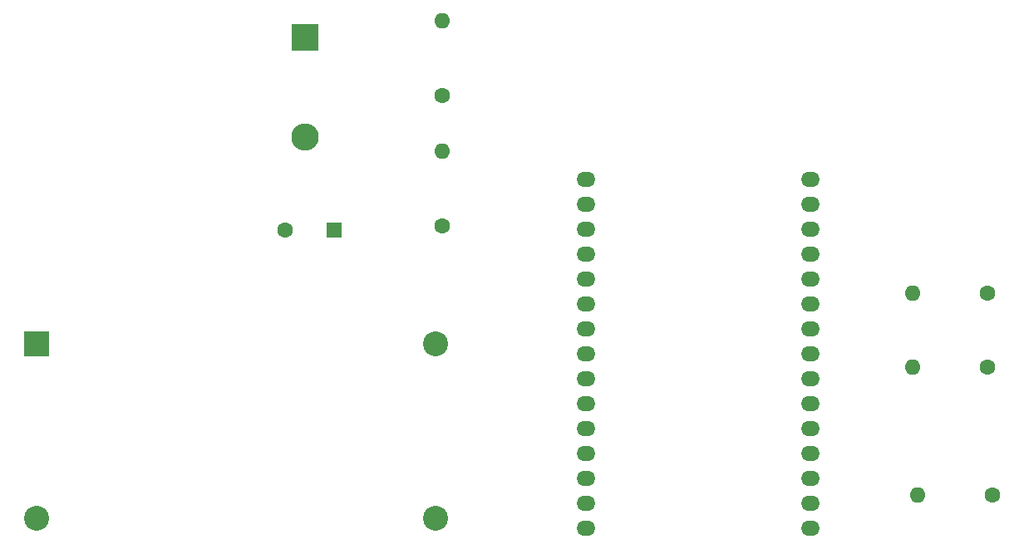
<source format=gbr>
%TF.GenerationSoftware,KiCad,Pcbnew,8.0.1*%
%TF.CreationDate,2024-09-13T18:51:00+01:00*%
%TF.ProjectId,monitor,6d6f6e69-746f-4722-9e6b-696361645f70,rev?*%
%TF.SameCoordinates,Original*%
%TF.FileFunction,Soldermask,Bot*%
%TF.FilePolarity,Negative*%
%FSLAX46Y46*%
G04 Gerber Fmt 4.6, Leading zero omitted, Abs format (unit mm)*
G04 Created by KiCad (PCBNEW 8.0.1) date 2024-09-13 18:51:00*
%MOMM*%
%LPD*%
G01*
G04 APERTURE LIST*
%ADD10O,1.900000X1.524000*%
%ADD11C,1.600000*%
%ADD12O,1.600000X1.600000*%
%ADD13R,1.600000X1.600000*%
%ADD14R,2.540000X2.540000*%
%ADD15C,2.540000*%
%ADD16R,2.800000X2.800000*%
%ADD17O,2.800000X2.800000*%
G04 APERTURE END LIST*
D10*
%TO.C,REF\u002A\u002A*%
X108640000Y-128440000D03*
X108640000Y-125900000D03*
X108640000Y-123360000D03*
X108640000Y-120820000D03*
X108640000Y-118280000D03*
X108640000Y-115740000D03*
X108640000Y-113200000D03*
X108640000Y-110660000D03*
X108640000Y-108120000D03*
X108640000Y-105580000D03*
X108640000Y-103040000D03*
X108640000Y-100500000D03*
X108640000Y-97960000D03*
X108640000Y-95420000D03*
X108640000Y-92880000D03*
X131500000Y-92880000D03*
X131500000Y-95420000D03*
X131500000Y-97960000D03*
X131500000Y-100500000D03*
X131500000Y-103040000D03*
X131500000Y-105580000D03*
X131500000Y-108120000D03*
X131500000Y-110660000D03*
X131500000Y-113200000D03*
X131500000Y-115740000D03*
X131500000Y-118280000D03*
X131500000Y-120820000D03*
X131500000Y-123360000D03*
X131500000Y-125900000D03*
X131500000Y-128440000D03*
%TD*%
D11*
%TO.C,5.6k*%
X94000000Y-97620000D03*
D12*
X94000000Y-90000000D03*
%TD*%
D13*
%TO.C,REF1*%
X83000000Y-98000000D03*
D11*
X78000000Y-98000000D03*
%TD*%
D14*
%TO.C,REF\u002A\u002A*%
X52680000Y-109610000D03*
D15*
X52680000Y-127390000D03*
X93320000Y-127390000D03*
X93320000Y-109610000D03*
%TD*%
D11*
%TO.C,10k*%
X149500000Y-104500000D03*
D12*
X141880000Y-104500000D03*
%TD*%
D11*
%TO.C,10k*%
X150000000Y-125000000D03*
D12*
X142380000Y-125000000D03*
%TD*%
D11*
%TO.C,10k*%
X149500000Y-112000000D03*
D12*
X141880000Y-112000000D03*
%TD*%
D11*
%TO.C,100k*%
X94000000Y-84310000D03*
D12*
X94000000Y-76690000D03*
%TD*%
D16*
%TO.C,REF\u002A\u002A*%
X80000000Y-78420000D03*
D17*
X80000000Y-88580000D03*
%TD*%
M02*

</source>
